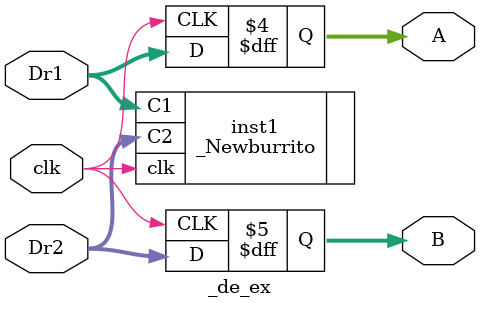
<source format=v>
module _de_ex (
    input wire clk,
    input wire [31:0] Dr1,   
    input wire [31:0] Dr2,   
    output reg [31:0] A ,
    output reg [31:0] B
);

    initial A = 32'b0;
    initial B = 32'b0;
	
	_Newburrito inst1(.clk(clk), .C1(Dr1), .C2(Dr2));
	
    always @(posedge clk) begin
		A = Dr1;
		B = Dr2;
	end

endmodule

</source>
